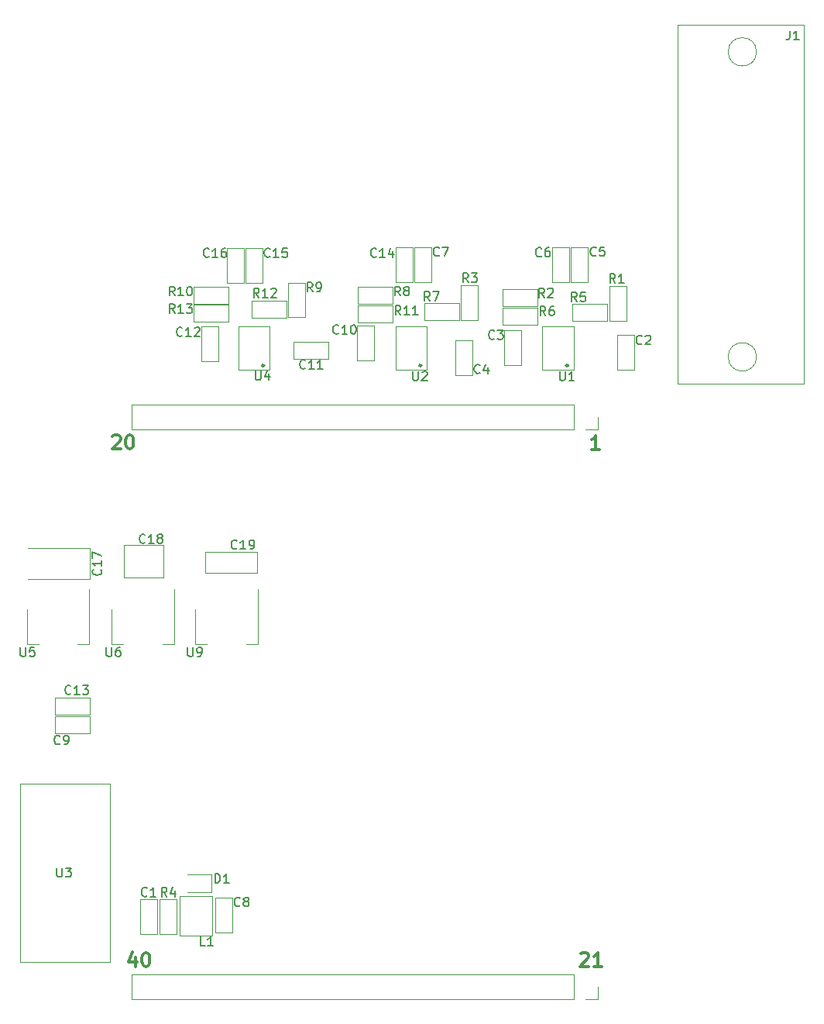
<source format=gbr>
%TF.GenerationSoftware,KiCad,Pcbnew,(5.1.8-0-10_14)*%
%TF.CreationDate,2021-04-23T13:19:29-04:00*%
%TF.ProjectId,Data Collection Shield for Chest Strap Assembly,44617461-2043-46f6-9c6c-656374696f6e,rev?*%
%TF.SameCoordinates,Original*%
%TF.FileFunction,Legend,Top*%
%TF.FilePolarity,Positive*%
%FSLAX46Y46*%
G04 Gerber Fmt 4.6, Leading zero omitted, Abs format (unit mm)*
G04 Created by KiCad (PCBNEW (5.1.8-0-10_14)) date 2021-04-23 13:19:29*
%MOMM*%
%LPD*%
G01*
G04 APERTURE LIST*
%ADD10C,0.300000*%
%ADD11C,0.120000*%
%ADD12C,0.254000*%
%ADD13C,0.050000*%
%ADD14C,0.150000*%
G04 APERTURE END LIST*
D10*
X110315428Y-140267571D02*
X110315428Y-141267571D01*
X109958285Y-139696142D02*
X109601142Y-140767571D01*
X110529714Y-140767571D01*
X111386857Y-139767571D02*
X111529714Y-139767571D01*
X111672571Y-139839000D01*
X111744000Y-139910428D01*
X111815428Y-140053285D01*
X111886857Y-140339000D01*
X111886857Y-140696142D01*
X111815428Y-140981857D01*
X111744000Y-141124714D01*
X111672571Y-141196142D01*
X111529714Y-141267571D01*
X111386857Y-141267571D01*
X111244000Y-141196142D01*
X111172571Y-141124714D01*
X111101142Y-140981857D01*
X111029714Y-140696142D01*
X111029714Y-140339000D01*
X111101142Y-140053285D01*
X111172571Y-139910428D01*
X111244000Y-139839000D01*
X111386857Y-139767571D01*
X107823142Y-83395428D02*
X107894571Y-83324000D01*
X108037428Y-83252571D01*
X108394571Y-83252571D01*
X108537428Y-83324000D01*
X108608857Y-83395428D01*
X108680285Y-83538285D01*
X108680285Y-83681142D01*
X108608857Y-83895428D01*
X107751714Y-84752571D01*
X108680285Y-84752571D01*
X109608857Y-83252571D02*
X109751714Y-83252571D01*
X109894571Y-83324000D01*
X109966000Y-83395428D01*
X110037428Y-83538285D01*
X110108857Y-83824000D01*
X110108857Y-84181142D01*
X110037428Y-84466857D01*
X109966000Y-84609714D01*
X109894571Y-84681142D01*
X109751714Y-84752571D01*
X109608857Y-84752571D01*
X109466000Y-84681142D01*
X109394571Y-84609714D01*
X109323142Y-84466857D01*
X109251714Y-84181142D01*
X109251714Y-83824000D01*
X109323142Y-83538285D01*
X109394571Y-83395428D01*
X109466000Y-83324000D01*
X109608857Y-83252571D01*
X159004142Y-139900428D02*
X159075571Y-139829000D01*
X159218428Y-139757571D01*
X159575571Y-139757571D01*
X159718428Y-139829000D01*
X159789857Y-139900428D01*
X159861285Y-140043285D01*
X159861285Y-140186142D01*
X159789857Y-140400428D01*
X158932714Y-141257571D01*
X159861285Y-141257571D01*
X161289857Y-141257571D02*
X160432714Y-141257571D01*
X160861285Y-141257571D02*
X160861285Y-139757571D01*
X160718428Y-139971857D01*
X160575571Y-140114714D01*
X160432714Y-140186142D01*
X161083571Y-84811071D02*
X160226428Y-84811071D01*
X160655000Y-84811071D02*
X160655000Y-83311071D01*
X160512142Y-83525357D01*
X160369285Y-83668214D01*
X160226428Y-83739642D01*
D11*
%TO.C,J1*%
X169566000Y-77649000D02*
X169566000Y-38429000D01*
X183416000Y-38429000D02*
X169566000Y-38429000D01*
X183416000Y-77649000D02*
X169566000Y-77649000D01*
X183416000Y-77649000D02*
X183416000Y-38429000D01*
X178216000Y-41379000D02*
G75*
G03*
X178216000Y-41379000I-1550000J0D01*
G01*
X178216000Y-74699000D02*
G75*
G03*
X178216000Y-74699000I-1550000J0D01*
G01*
%TO.C,D1*%
X115967000Y-133167000D02*
X118652000Y-133167000D01*
X118652000Y-133167000D02*
X118652000Y-131247000D01*
X118652000Y-131247000D02*
X115967000Y-131247000D01*
%TO.C,U9*%
X123679000Y-100040000D02*
X123679000Y-106050000D01*
X116859000Y-102290000D02*
X116859000Y-106050000D01*
X123679000Y-106050000D02*
X122419000Y-106050000D01*
X116859000Y-106050000D02*
X118119000Y-106050000D01*
%TO.C,U3*%
X107516000Y-121314000D02*
X97716000Y-121314000D01*
X107516000Y-140814000D02*
X97716000Y-140814000D01*
X97716000Y-121314000D02*
X97716000Y-140814000D01*
X107516000Y-121314000D02*
X107516000Y-140814000D01*
%TO.C,U8*%
X158242000Y-142180000D02*
X158242000Y-144840000D01*
X158242000Y-142180000D02*
X109922000Y-142180000D01*
X109922000Y-142180000D02*
X109922000Y-144840000D01*
X158242000Y-144840000D02*
X109922000Y-144840000D01*
X160842000Y-144840000D02*
X159512000Y-144840000D01*
X160842000Y-143510000D02*
X160842000Y-144840000D01*
%TO.C,U1*%
X158214800Y-76123500D02*
X154814800Y-76123500D01*
X158214800Y-71323500D02*
X154814800Y-71323500D01*
D12*
X157641800Y-75628500D02*
G75*
G03*
X157641800Y-75628500I-127000J0D01*
G01*
D11*
X154814800Y-76123500D02*
X154814800Y-71323500D01*
X158214800Y-76123500D02*
X158214800Y-71323500D01*
%TO.C,U2*%
X142162000Y-76123500D02*
X138762000Y-76123500D01*
X142162000Y-71323500D02*
X138762000Y-71323500D01*
D12*
X141589000Y-75628500D02*
G75*
G03*
X141589000Y-75628500I-127000J0D01*
G01*
D11*
X138762000Y-76123500D02*
X138762000Y-71323500D01*
X142162000Y-76123500D02*
X142162000Y-71323500D01*
D13*
%TO.C,C1*%
X112690000Y-137758000D02*
X110830000Y-137758000D01*
X112690000Y-133958000D02*
X110830000Y-133958000D01*
X110830000Y-137758000D02*
X110830000Y-133958000D01*
X112690000Y-137758000D02*
X112690000Y-133958000D01*
%TO.C,C2*%
X164823500Y-76102000D02*
X164823500Y-72302000D01*
X162963500Y-76102000D02*
X162963500Y-72302000D01*
X164823500Y-72302000D02*
X162963500Y-72302000D01*
X164823500Y-76102000D02*
X162963500Y-76102000D01*
%TO.C,C3*%
X152504500Y-75594000D02*
X152504500Y-71794000D01*
X150644500Y-75594000D02*
X150644500Y-71794000D01*
X152504500Y-71794000D02*
X150644500Y-71794000D01*
X152504500Y-75594000D02*
X150644500Y-75594000D01*
%TO.C,C4*%
X147170500Y-76673500D02*
X147170500Y-72873500D01*
X145310500Y-76673500D02*
X145310500Y-72873500D01*
X147170500Y-72873500D02*
X145310500Y-72873500D01*
X147170500Y-76673500D02*
X145310500Y-76673500D01*
%TO.C,C5*%
X159807000Y-66509000D02*
X159807000Y-62709000D01*
X157947000Y-66509000D02*
X157947000Y-62709000D01*
X159807000Y-62709000D02*
X157947000Y-62709000D01*
X159807000Y-66509000D02*
X157947000Y-66509000D01*
%TO.C,C6*%
X157711500Y-66513500D02*
X157711500Y-62713500D01*
X155851500Y-66513500D02*
X155851500Y-62713500D01*
X157711500Y-62713500D02*
X155851500Y-62713500D01*
X157711500Y-66513500D02*
X155851500Y-66513500D01*
%TO.C,C7*%
X142696000Y-66543000D02*
X142696000Y-62743000D01*
X140836000Y-66543000D02*
X140836000Y-62743000D01*
X142696000Y-62743000D02*
X140836000Y-62743000D01*
X142696000Y-66543000D02*
X140836000Y-66543000D01*
%TO.C,C8*%
X119085000Y-133768000D02*
X120945000Y-133768000D01*
X119085000Y-137568000D02*
X120945000Y-137568000D01*
X120945000Y-133768000D02*
X120945000Y-137568000D01*
X119085000Y-133768000D02*
X119085000Y-137568000D01*
%TO.C,C9*%
X101493000Y-115801500D02*
X105293000Y-115801500D01*
X101493000Y-113941500D02*
X105293000Y-113941500D01*
X105293000Y-115801500D02*
X105293000Y-113941500D01*
X101493000Y-115801500D02*
X101493000Y-113941500D01*
%TO.C,C10*%
X136439000Y-75086000D02*
X136439000Y-71286000D01*
X134579000Y-75086000D02*
X134579000Y-71286000D01*
X136439000Y-71286000D02*
X134579000Y-71286000D01*
X136439000Y-75086000D02*
X134579000Y-75086000D01*
%TO.C,C11*%
X127606000Y-74907500D02*
X131406000Y-74907500D01*
X127606000Y-73047500D02*
X131406000Y-73047500D01*
X131406000Y-74907500D02*
X131406000Y-73047500D01*
X127606000Y-74907500D02*
X127606000Y-73047500D01*
%TO.C,C12*%
X119357500Y-75149500D02*
X119357500Y-71349500D01*
X117497500Y-75149500D02*
X117497500Y-71349500D01*
X119357500Y-71349500D02*
X117497500Y-71349500D01*
X119357500Y-75149500D02*
X117497500Y-75149500D01*
%TO.C,C13*%
X101522500Y-113769500D02*
X105322500Y-113769500D01*
X101522500Y-111909500D02*
X105322500Y-111909500D01*
X105322500Y-113769500D02*
X105322500Y-111909500D01*
X101522500Y-113769500D02*
X101522500Y-111909500D01*
%TO.C,C14*%
X140630000Y-66543000D02*
X140630000Y-62743000D01*
X138770000Y-66543000D02*
X138770000Y-62743000D01*
X140630000Y-62743000D02*
X138770000Y-62743000D01*
X140630000Y-66543000D02*
X138770000Y-66543000D01*
%TO.C,C15*%
X124183500Y-66636000D02*
X124183500Y-62836000D01*
X122323500Y-66636000D02*
X122323500Y-62836000D01*
X124183500Y-62836000D02*
X122323500Y-62836000D01*
X124183500Y-66636000D02*
X122323500Y-66636000D01*
%TO.C,C16*%
X122215000Y-66640500D02*
X122215000Y-62840500D01*
X120355000Y-66640500D02*
X120355000Y-62840500D01*
X122215000Y-62840500D02*
X120355000Y-62840500D01*
X122215000Y-66640500D02*
X120355000Y-66640500D01*
D11*
%TO.C,C17*%
X98600000Y-98992000D02*
X105360000Y-98992000D01*
X105360000Y-98992000D02*
X105360000Y-95572000D01*
X105360000Y-95572000D02*
X98600000Y-95572000D01*
D13*
%TO.C,C18*%
X113412000Y-98808000D02*
X109092000Y-98808000D01*
X109092000Y-98808000D02*
X109092000Y-95248000D01*
X109092000Y-95248000D02*
X113412000Y-95248000D01*
X113412000Y-95248000D02*
X113412000Y-98808000D01*
%TO.C,C19*%
X117977000Y-96005000D02*
X117977000Y-98305000D01*
X117977000Y-98305000D02*
X123577000Y-98305000D01*
X123577000Y-98305000D02*
X123577000Y-96005000D01*
X123577000Y-96005000D02*
X117977000Y-96005000D01*
%TO.C,L1*%
X118747000Y-137923000D02*
X115187000Y-137923000D01*
X118747000Y-133603000D02*
X118747000Y-137923000D01*
X115187000Y-133603000D02*
X118747000Y-133603000D01*
X115187000Y-137923000D02*
X115187000Y-133603000D01*
%TO.C,R1*%
X163998000Y-70768000D02*
X163998000Y-66968000D01*
X162138000Y-70768000D02*
X162138000Y-66968000D01*
X163998000Y-66968000D02*
X162138000Y-66968000D01*
X163998000Y-70768000D02*
X162138000Y-70768000D01*
%TO.C,R2*%
X150466000Y-69129000D02*
X154266000Y-69129000D01*
X150466000Y-67269000D02*
X154266000Y-67269000D01*
X154266000Y-69129000D02*
X154266000Y-67269000D01*
X150466000Y-69129000D02*
X150466000Y-67269000D01*
%TO.C,R3*%
X147742000Y-70700000D02*
X147742000Y-66900000D01*
X145882000Y-70700000D02*
X145882000Y-66900000D01*
X147742000Y-66900000D02*
X145882000Y-66900000D01*
X147742000Y-70700000D02*
X145882000Y-70700000D01*
%TO.C,R4*%
X114849000Y-137758000D02*
X112989000Y-137758000D01*
X114849000Y-133958000D02*
X112989000Y-133958000D01*
X112989000Y-137758000D02*
X112989000Y-133958000D01*
X114849000Y-137758000D02*
X114849000Y-133958000D01*
%TO.C,R5*%
X158086000Y-70780000D02*
X161886000Y-70780000D01*
X158086000Y-68920000D02*
X161886000Y-68920000D01*
X161886000Y-70780000D02*
X161886000Y-68920000D01*
X158086000Y-70780000D02*
X158086000Y-68920000D01*
%TO.C,R6*%
X154266000Y-69301000D02*
X150466000Y-69301000D01*
X154266000Y-71161000D02*
X150466000Y-71161000D01*
X150466000Y-69301000D02*
X150466000Y-71161000D01*
X154266000Y-69301000D02*
X154266000Y-71161000D01*
%TO.C,R7*%
X141893500Y-70716500D02*
X145693500Y-70716500D01*
X141893500Y-68856500D02*
X145693500Y-68856500D01*
X145693500Y-70716500D02*
X145693500Y-68856500D01*
X141893500Y-70716500D02*
X141893500Y-68856500D01*
%TO.C,R8*%
X134654500Y-68938500D02*
X138454500Y-68938500D01*
X134654500Y-67078500D02*
X138454500Y-67078500D01*
X138454500Y-68938500D02*
X138454500Y-67078500D01*
X134654500Y-68938500D02*
X134654500Y-67078500D01*
%TO.C,R9*%
X128882500Y-70387000D02*
X128882500Y-66587000D01*
X127022500Y-70387000D02*
X127022500Y-66587000D01*
X128882500Y-66587000D02*
X127022500Y-66587000D01*
X128882500Y-70387000D02*
X127022500Y-70387000D01*
%TO.C,R10*%
X116684000Y-68875000D02*
X120484000Y-68875000D01*
X116684000Y-67015000D02*
X120484000Y-67015000D01*
X120484000Y-68875000D02*
X120484000Y-67015000D01*
X116684000Y-68875000D02*
X116684000Y-67015000D01*
%TO.C,R11*%
X138454500Y-69110500D02*
X134654500Y-69110500D01*
X138454500Y-70970500D02*
X134654500Y-70970500D01*
X134654500Y-69110500D02*
X134654500Y-70970500D01*
X138454500Y-69110500D02*
X138454500Y-70970500D01*
%TO.C,R12*%
X123004500Y-70433000D02*
X126804500Y-70433000D01*
X123004500Y-68573000D02*
X126804500Y-68573000D01*
X126804500Y-70433000D02*
X126804500Y-68573000D01*
X123004500Y-70433000D02*
X123004500Y-68573000D01*
%TO.C,R13*%
X120484000Y-68983500D02*
X116684000Y-68983500D01*
X120484000Y-70843500D02*
X116684000Y-70843500D01*
X116684000Y-68983500D02*
X116684000Y-70843500D01*
X120484000Y-68983500D02*
X120484000Y-70843500D01*
D11*
%TO.C,U4*%
X124966200Y-76123500D02*
X121566200Y-76123500D01*
X124966200Y-71323500D02*
X121566200Y-71323500D01*
D12*
X124393200Y-75628500D02*
G75*
G03*
X124393200Y-75628500I-127000J0D01*
G01*
D11*
X121566200Y-76123500D02*
X121566200Y-71323500D01*
X124966200Y-76123500D02*
X124966200Y-71323500D01*
%TO.C,U5*%
X105264000Y-100040000D02*
X105264000Y-106050000D01*
X98444000Y-102290000D02*
X98444000Y-106050000D01*
X105264000Y-106050000D02*
X104004000Y-106050000D01*
X98444000Y-106050000D02*
X99704000Y-106050000D01*
%TO.C,U6*%
X114535000Y-100040000D02*
X114535000Y-106050000D01*
X107715000Y-102290000D02*
X107715000Y-106050000D01*
X114535000Y-106050000D02*
X113275000Y-106050000D01*
X107715000Y-106050000D02*
X108975000Y-106050000D01*
%TO.C,U10*%
X158242000Y-79950000D02*
X158242000Y-82610000D01*
X158242000Y-79950000D02*
X109922000Y-79950000D01*
X109922000Y-79950000D02*
X109922000Y-82610000D01*
X158242000Y-82610000D02*
X109922000Y-82610000D01*
X160842000Y-82610000D02*
X159512000Y-82610000D01*
X160842000Y-81280000D02*
X160842000Y-82610000D01*
%TO.C,J1*%
D14*
X181845666Y-39076380D02*
X181845666Y-39790666D01*
X181798047Y-39933523D01*
X181702809Y-40028761D01*
X181559952Y-40076380D01*
X181464714Y-40076380D01*
X182845666Y-40076380D02*
X182274238Y-40076380D01*
X182559952Y-40076380D02*
X182559952Y-39076380D01*
X182464714Y-39219238D01*
X182369476Y-39314476D01*
X182274238Y-39362095D01*
%TO.C,D1*%
X119022904Y-132151380D02*
X119022904Y-131151380D01*
X119261000Y-131151380D01*
X119403857Y-131199000D01*
X119499095Y-131294238D01*
X119546714Y-131389476D01*
X119594333Y-131579952D01*
X119594333Y-131722809D01*
X119546714Y-131913285D01*
X119499095Y-132008523D01*
X119403857Y-132103761D01*
X119261000Y-132151380D01*
X119022904Y-132151380D01*
X120546714Y-132151380D02*
X119975285Y-132151380D01*
X120261000Y-132151380D02*
X120261000Y-131151380D01*
X120165761Y-131294238D01*
X120070523Y-131389476D01*
X119975285Y-131437095D01*
%TO.C,U9*%
X116040095Y-106411380D02*
X116040095Y-107220904D01*
X116087714Y-107316142D01*
X116135333Y-107363761D01*
X116230571Y-107411380D01*
X116421047Y-107411380D01*
X116516285Y-107363761D01*
X116563904Y-107316142D01*
X116611523Y-107220904D01*
X116611523Y-106411380D01*
X117135333Y-107411380D02*
X117325809Y-107411380D01*
X117421047Y-107363761D01*
X117468666Y-107316142D01*
X117563904Y-107173285D01*
X117611523Y-106982809D01*
X117611523Y-106601857D01*
X117563904Y-106506619D01*
X117516285Y-106459000D01*
X117421047Y-106411380D01*
X117230571Y-106411380D01*
X117135333Y-106459000D01*
X117087714Y-106506619D01*
X117040095Y-106601857D01*
X117040095Y-106839952D01*
X117087714Y-106935190D01*
X117135333Y-106982809D01*
X117230571Y-107030428D01*
X117421047Y-107030428D01*
X117516285Y-106982809D01*
X117563904Y-106935190D01*
X117611523Y-106839952D01*
%TO.C,U3*%
X101727095Y-130516380D02*
X101727095Y-131325904D01*
X101774714Y-131421142D01*
X101822333Y-131468761D01*
X101917571Y-131516380D01*
X102108047Y-131516380D01*
X102203285Y-131468761D01*
X102250904Y-131421142D01*
X102298523Y-131325904D01*
X102298523Y-130516380D01*
X102679476Y-130516380D02*
X103298523Y-130516380D01*
X102965190Y-130897333D01*
X103108047Y-130897333D01*
X103203285Y-130944952D01*
X103250904Y-130992571D01*
X103298523Y-131087809D01*
X103298523Y-131325904D01*
X103250904Y-131421142D01*
X103203285Y-131468761D01*
X103108047Y-131516380D01*
X102822333Y-131516380D01*
X102727095Y-131468761D01*
X102679476Y-131421142D01*
%TO.C,U1*%
X156705395Y-76287380D02*
X156705395Y-77096904D01*
X156753014Y-77192142D01*
X156800633Y-77239761D01*
X156895871Y-77287380D01*
X157086347Y-77287380D01*
X157181585Y-77239761D01*
X157229204Y-77192142D01*
X157276823Y-77096904D01*
X157276823Y-76287380D01*
X158276823Y-77287380D02*
X157705395Y-77287380D01*
X157991109Y-77287380D02*
X157991109Y-76287380D01*
X157895871Y-76430238D01*
X157800633Y-76525476D01*
X157705395Y-76573095D01*
%TO.C,U2*%
X140652595Y-76287380D02*
X140652595Y-77096904D01*
X140700214Y-77192142D01*
X140747833Y-77239761D01*
X140843071Y-77287380D01*
X141033547Y-77287380D01*
X141128785Y-77239761D01*
X141176404Y-77192142D01*
X141224023Y-77096904D01*
X141224023Y-76287380D01*
X141652595Y-76382619D02*
X141700214Y-76335000D01*
X141795452Y-76287380D01*
X142033547Y-76287380D01*
X142128785Y-76335000D01*
X142176404Y-76382619D01*
X142224023Y-76477857D01*
X142224023Y-76573095D01*
X142176404Y-76715952D01*
X141604976Y-77287380D01*
X142224023Y-77287380D01*
%TO.C,C1*%
X111593333Y-133548142D02*
X111545714Y-133595761D01*
X111402857Y-133643380D01*
X111307619Y-133643380D01*
X111164761Y-133595761D01*
X111069523Y-133500523D01*
X111021904Y-133405285D01*
X110974285Y-133214809D01*
X110974285Y-133071952D01*
X111021904Y-132881476D01*
X111069523Y-132786238D01*
X111164761Y-132691000D01*
X111307619Y-132643380D01*
X111402857Y-132643380D01*
X111545714Y-132691000D01*
X111593333Y-132738619D01*
X112545714Y-133643380D02*
X111974285Y-133643380D01*
X112260000Y-133643380D02*
X112260000Y-132643380D01*
X112164761Y-132786238D01*
X112069523Y-132881476D01*
X111974285Y-132929095D01*
%TO.C,C2*%
X165695333Y-73255142D02*
X165647714Y-73302761D01*
X165504857Y-73350380D01*
X165409619Y-73350380D01*
X165266761Y-73302761D01*
X165171523Y-73207523D01*
X165123904Y-73112285D01*
X165076285Y-72921809D01*
X165076285Y-72778952D01*
X165123904Y-72588476D01*
X165171523Y-72493238D01*
X165266761Y-72398000D01*
X165409619Y-72350380D01*
X165504857Y-72350380D01*
X165647714Y-72398000D01*
X165695333Y-72445619D01*
X166076285Y-72445619D02*
X166123904Y-72398000D01*
X166219142Y-72350380D01*
X166457238Y-72350380D01*
X166552476Y-72398000D01*
X166600095Y-72445619D01*
X166647714Y-72540857D01*
X166647714Y-72636095D01*
X166600095Y-72778952D01*
X166028666Y-73350380D01*
X166647714Y-73350380D01*
%TO.C,C3*%
X149566333Y-72683642D02*
X149518714Y-72731261D01*
X149375857Y-72778880D01*
X149280619Y-72778880D01*
X149137761Y-72731261D01*
X149042523Y-72636023D01*
X148994904Y-72540785D01*
X148947285Y-72350309D01*
X148947285Y-72207452D01*
X148994904Y-72016976D01*
X149042523Y-71921738D01*
X149137761Y-71826500D01*
X149280619Y-71778880D01*
X149375857Y-71778880D01*
X149518714Y-71826500D01*
X149566333Y-71874119D01*
X149899666Y-71778880D02*
X150518714Y-71778880D01*
X150185380Y-72159833D01*
X150328238Y-72159833D01*
X150423476Y-72207452D01*
X150471095Y-72255071D01*
X150518714Y-72350309D01*
X150518714Y-72588404D01*
X150471095Y-72683642D01*
X150423476Y-72731261D01*
X150328238Y-72778880D01*
X150042523Y-72778880D01*
X149947285Y-72731261D01*
X149899666Y-72683642D01*
%TO.C,C4*%
X147978833Y-76430142D02*
X147931214Y-76477761D01*
X147788357Y-76525380D01*
X147693119Y-76525380D01*
X147550261Y-76477761D01*
X147455023Y-76382523D01*
X147407404Y-76287285D01*
X147359785Y-76096809D01*
X147359785Y-75953952D01*
X147407404Y-75763476D01*
X147455023Y-75668238D01*
X147550261Y-75573000D01*
X147693119Y-75525380D01*
X147788357Y-75525380D01*
X147931214Y-75573000D01*
X147978833Y-75620619D01*
X148835976Y-75858714D02*
X148835976Y-76525380D01*
X148597880Y-75477761D02*
X148359785Y-76192047D01*
X148978833Y-76192047D01*
%TO.C,C5*%
X160678833Y-63603142D02*
X160631214Y-63650761D01*
X160488357Y-63698380D01*
X160393119Y-63698380D01*
X160250261Y-63650761D01*
X160155023Y-63555523D01*
X160107404Y-63460285D01*
X160059785Y-63269809D01*
X160059785Y-63126952D01*
X160107404Y-62936476D01*
X160155023Y-62841238D01*
X160250261Y-62746000D01*
X160393119Y-62698380D01*
X160488357Y-62698380D01*
X160631214Y-62746000D01*
X160678833Y-62793619D01*
X161583595Y-62698380D02*
X161107404Y-62698380D01*
X161059785Y-63174571D01*
X161107404Y-63126952D01*
X161202642Y-63079333D01*
X161440738Y-63079333D01*
X161535976Y-63126952D01*
X161583595Y-63174571D01*
X161631214Y-63269809D01*
X161631214Y-63507904D01*
X161583595Y-63603142D01*
X161535976Y-63650761D01*
X161440738Y-63698380D01*
X161202642Y-63698380D01*
X161107404Y-63650761D01*
X161059785Y-63603142D01*
%TO.C,C6*%
X154709833Y-63666642D02*
X154662214Y-63714261D01*
X154519357Y-63761880D01*
X154424119Y-63761880D01*
X154281261Y-63714261D01*
X154186023Y-63619023D01*
X154138404Y-63523785D01*
X154090785Y-63333309D01*
X154090785Y-63190452D01*
X154138404Y-62999976D01*
X154186023Y-62904738D01*
X154281261Y-62809500D01*
X154424119Y-62761880D01*
X154519357Y-62761880D01*
X154662214Y-62809500D01*
X154709833Y-62857119D01*
X155566976Y-62761880D02*
X155376500Y-62761880D01*
X155281261Y-62809500D01*
X155233642Y-62857119D01*
X155138404Y-62999976D01*
X155090785Y-63190452D01*
X155090785Y-63571404D01*
X155138404Y-63666642D01*
X155186023Y-63714261D01*
X155281261Y-63761880D01*
X155471738Y-63761880D01*
X155566976Y-63714261D01*
X155614595Y-63666642D01*
X155662214Y-63571404D01*
X155662214Y-63333309D01*
X155614595Y-63238071D01*
X155566976Y-63190452D01*
X155471738Y-63142833D01*
X155281261Y-63142833D01*
X155186023Y-63190452D01*
X155138404Y-63238071D01*
X155090785Y-63333309D01*
%TO.C,C7*%
X143533833Y-63603142D02*
X143486214Y-63650761D01*
X143343357Y-63698380D01*
X143248119Y-63698380D01*
X143105261Y-63650761D01*
X143010023Y-63555523D01*
X142962404Y-63460285D01*
X142914785Y-63269809D01*
X142914785Y-63126952D01*
X142962404Y-62936476D01*
X143010023Y-62841238D01*
X143105261Y-62746000D01*
X143248119Y-62698380D01*
X143343357Y-62698380D01*
X143486214Y-62746000D01*
X143533833Y-62793619D01*
X143867166Y-62698380D02*
X144533833Y-62698380D01*
X144105261Y-63698380D01*
%TO.C,C8*%
X121753333Y-134628142D02*
X121705714Y-134675761D01*
X121562857Y-134723380D01*
X121467619Y-134723380D01*
X121324761Y-134675761D01*
X121229523Y-134580523D01*
X121181904Y-134485285D01*
X121134285Y-134294809D01*
X121134285Y-134151952D01*
X121181904Y-133961476D01*
X121229523Y-133866238D01*
X121324761Y-133771000D01*
X121467619Y-133723380D01*
X121562857Y-133723380D01*
X121705714Y-133771000D01*
X121753333Y-133818619D01*
X122324761Y-134151952D02*
X122229523Y-134104333D01*
X122181904Y-134056714D01*
X122134285Y-133961476D01*
X122134285Y-133913857D01*
X122181904Y-133818619D01*
X122229523Y-133771000D01*
X122324761Y-133723380D01*
X122515238Y-133723380D01*
X122610476Y-133771000D01*
X122658095Y-133818619D01*
X122705714Y-133913857D01*
X122705714Y-133961476D01*
X122658095Y-134056714D01*
X122610476Y-134104333D01*
X122515238Y-134151952D01*
X122324761Y-134151952D01*
X122229523Y-134199571D01*
X122181904Y-134247190D01*
X122134285Y-134342428D01*
X122134285Y-134532904D01*
X122181904Y-134628142D01*
X122229523Y-134675761D01*
X122324761Y-134723380D01*
X122515238Y-134723380D01*
X122610476Y-134675761D01*
X122658095Y-134628142D01*
X122705714Y-134532904D01*
X122705714Y-134342428D01*
X122658095Y-134247190D01*
X122610476Y-134199571D01*
X122515238Y-134151952D01*
%TO.C,C9*%
X102068333Y-116943142D02*
X102020714Y-116990761D01*
X101877857Y-117038380D01*
X101782619Y-117038380D01*
X101639761Y-116990761D01*
X101544523Y-116895523D01*
X101496904Y-116800285D01*
X101449285Y-116609809D01*
X101449285Y-116466952D01*
X101496904Y-116276476D01*
X101544523Y-116181238D01*
X101639761Y-116086000D01*
X101782619Y-116038380D01*
X101877857Y-116038380D01*
X102020714Y-116086000D01*
X102068333Y-116133619D01*
X102544523Y-117038380D02*
X102735000Y-117038380D01*
X102830238Y-116990761D01*
X102877857Y-116943142D01*
X102973095Y-116800285D01*
X103020714Y-116609809D01*
X103020714Y-116228857D01*
X102973095Y-116133619D01*
X102925476Y-116086000D01*
X102830238Y-116038380D01*
X102639761Y-116038380D01*
X102544523Y-116086000D01*
X102496904Y-116133619D01*
X102449285Y-116228857D01*
X102449285Y-116466952D01*
X102496904Y-116562190D01*
X102544523Y-116609809D01*
X102639761Y-116657428D01*
X102830238Y-116657428D01*
X102925476Y-116609809D01*
X102973095Y-116562190D01*
X103020714Y-116466952D01*
%TO.C,C10*%
X132516642Y-72112142D02*
X132469023Y-72159761D01*
X132326166Y-72207380D01*
X132230928Y-72207380D01*
X132088071Y-72159761D01*
X131992833Y-72064523D01*
X131945214Y-71969285D01*
X131897595Y-71778809D01*
X131897595Y-71635952D01*
X131945214Y-71445476D01*
X131992833Y-71350238D01*
X132088071Y-71255000D01*
X132230928Y-71207380D01*
X132326166Y-71207380D01*
X132469023Y-71255000D01*
X132516642Y-71302619D01*
X133469023Y-72207380D02*
X132897595Y-72207380D01*
X133183309Y-72207380D02*
X133183309Y-71207380D01*
X133088071Y-71350238D01*
X132992833Y-71445476D01*
X132897595Y-71493095D01*
X134088071Y-71207380D02*
X134183309Y-71207380D01*
X134278547Y-71255000D01*
X134326166Y-71302619D01*
X134373785Y-71397857D01*
X134421404Y-71588333D01*
X134421404Y-71826428D01*
X134373785Y-72016904D01*
X134326166Y-72112142D01*
X134278547Y-72159761D01*
X134183309Y-72207380D01*
X134088071Y-72207380D01*
X133992833Y-72159761D01*
X133945214Y-72112142D01*
X133897595Y-72016904D01*
X133849976Y-71826428D01*
X133849976Y-71588333D01*
X133897595Y-71397857D01*
X133945214Y-71302619D01*
X133992833Y-71255000D01*
X134088071Y-71207380D01*
%TO.C,C11*%
X128897142Y-75922142D02*
X128849523Y-75969761D01*
X128706666Y-76017380D01*
X128611428Y-76017380D01*
X128468571Y-75969761D01*
X128373333Y-75874523D01*
X128325714Y-75779285D01*
X128278095Y-75588809D01*
X128278095Y-75445952D01*
X128325714Y-75255476D01*
X128373333Y-75160238D01*
X128468571Y-75065000D01*
X128611428Y-75017380D01*
X128706666Y-75017380D01*
X128849523Y-75065000D01*
X128897142Y-75112619D01*
X129849523Y-76017380D02*
X129278095Y-76017380D01*
X129563809Y-76017380D02*
X129563809Y-75017380D01*
X129468571Y-75160238D01*
X129373333Y-75255476D01*
X129278095Y-75303095D01*
X130801904Y-76017380D02*
X130230476Y-76017380D01*
X130516190Y-76017380D02*
X130516190Y-75017380D01*
X130420952Y-75160238D01*
X130325714Y-75255476D01*
X130230476Y-75303095D01*
%TO.C,C12*%
X115435142Y-72366142D02*
X115387523Y-72413761D01*
X115244666Y-72461380D01*
X115149428Y-72461380D01*
X115006571Y-72413761D01*
X114911333Y-72318523D01*
X114863714Y-72223285D01*
X114816095Y-72032809D01*
X114816095Y-71889952D01*
X114863714Y-71699476D01*
X114911333Y-71604238D01*
X115006571Y-71509000D01*
X115149428Y-71461380D01*
X115244666Y-71461380D01*
X115387523Y-71509000D01*
X115435142Y-71556619D01*
X116387523Y-72461380D02*
X115816095Y-72461380D01*
X116101809Y-72461380D02*
X116101809Y-71461380D01*
X116006571Y-71604238D01*
X115911333Y-71699476D01*
X115816095Y-71747095D01*
X116768476Y-71556619D02*
X116816095Y-71509000D01*
X116911333Y-71461380D01*
X117149428Y-71461380D01*
X117244666Y-71509000D01*
X117292285Y-71556619D01*
X117339904Y-71651857D01*
X117339904Y-71747095D01*
X117292285Y-71889952D01*
X116720857Y-72461380D01*
X117339904Y-72461380D01*
%TO.C,C13*%
X103243142Y-111482142D02*
X103195523Y-111529761D01*
X103052666Y-111577380D01*
X102957428Y-111577380D01*
X102814571Y-111529761D01*
X102719333Y-111434523D01*
X102671714Y-111339285D01*
X102624095Y-111148809D01*
X102624095Y-111005952D01*
X102671714Y-110815476D01*
X102719333Y-110720238D01*
X102814571Y-110625000D01*
X102957428Y-110577380D01*
X103052666Y-110577380D01*
X103195523Y-110625000D01*
X103243142Y-110672619D01*
X104195523Y-111577380D02*
X103624095Y-111577380D01*
X103909809Y-111577380D02*
X103909809Y-110577380D01*
X103814571Y-110720238D01*
X103719333Y-110815476D01*
X103624095Y-110863095D01*
X104528857Y-110577380D02*
X105147904Y-110577380D01*
X104814571Y-110958333D01*
X104957428Y-110958333D01*
X105052666Y-111005952D01*
X105100285Y-111053571D01*
X105147904Y-111148809D01*
X105147904Y-111386904D01*
X105100285Y-111482142D01*
X105052666Y-111529761D01*
X104957428Y-111577380D01*
X104671714Y-111577380D01*
X104576476Y-111529761D01*
X104528857Y-111482142D01*
%TO.C,C14*%
X136644142Y-63730142D02*
X136596523Y-63777761D01*
X136453666Y-63825380D01*
X136358428Y-63825380D01*
X136215571Y-63777761D01*
X136120333Y-63682523D01*
X136072714Y-63587285D01*
X136025095Y-63396809D01*
X136025095Y-63253952D01*
X136072714Y-63063476D01*
X136120333Y-62968238D01*
X136215571Y-62873000D01*
X136358428Y-62825380D01*
X136453666Y-62825380D01*
X136596523Y-62873000D01*
X136644142Y-62920619D01*
X137596523Y-63825380D02*
X137025095Y-63825380D01*
X137310809Y-63825380D02*
X137310809Y-62825380D01*
X137215571Y-62968238D01*
X137120333Y-63063476D01*
X137025095Y-63111095D01*
X138453666Y-63158714D02*
X138453666Y-63825380D01*
X138215571Y-62777761D02*
X137977476Y-63492047D01*
X138596523Y-63492047D01*
%TO.C,C15*%
X125023642Y-63730142D02*
X124976023Y-63777761D01*
X124833166Y-63825380D01*
X124737928Y-63825380D01*
X124595071Y-63777761D01*
X124499833Y-63682523D01*
X124452214Y-63587285D01*
X124404595Y-63396809D01*
X124404595Y-63253952D01*
X124452214Y-63063476D01*
X124499833Y-62968238D01*
X124595071Y-62873000D01*
X124737928Y-62825380D01*
X124833166Y-62825380D01*
X124976023Y-62873000D01*
X125023642Y-62920619D01*
X125976023Y-63825380D02*
X125404595Y-63825380D01*
X125690309Y-63825380D02*
X125690309Y-62825380D01*
X125595071Y-62968238D01*
X125499833Y-63063476D01*
X125404595Y-63111095D01*
X126880785Y-62825380D02*
X126404595Y-62825380D01*
X126356976Y-63301571D01*
X126404595Y-63253952D01*
X126499833Y-63206333D01*
X126737928Y-63206333D01*
X126833166Y-63253952D01*
X126880785Y-63301571D01*
X126928404Y-63396809D01*
X126928404Y-63634904D01*
X126880785Y-63730142D01*
X126833166Y-63777761D01*
X126737928Y-63825380D01*
X126499833Y-63825380D01*
X126404595Y-63777761D01*
X126356976Y-63730142D01*
%TO.C,C16*%
X118356142Y-63730142D02*
X118308523Y-63777761D01*
X118165666Y-63825380D01*
X118070428Y-63825380D01*
X117927571Y-63777761D01*
X117832333Y-63682523D01*
X117784714Y-63587285D01*
X117737095Y-63396809D01*
X117737095Y-63253952D01*
X117784714Y-63063476D01*
X117832333Y-62968238D01*
X117927571Y-62873000D01*
X118070428Y-62825380D01*
X118165666Y-62825380D01*
X118308523Y-62873000D01*
X118356142Y-62920619D01*
X119308523Y-63825380D02*
X118737095Y-63825380D01*
X119022809Y-63825380D02*
X119022809Y-62825380D01*
X118927571Y-62968238D01*
X118832333Y-63063476D01*
X118737095Y-63111095D01*
X120165666Y-62825380D02*
X119975190Y-62825380D01*
X119879952Y-62873000D01*
X119832333Y-62920619D01*
X119737095Y-63063476D01*
X119689476Y-63253952D01*
X119689476Y-63634904D01*
X119737095Y-63730142D01*
X119784714Y-63777761D01*
X119879952Y-63825380D01*
X120070428Y-63825380D01*
X120165666Y-63777761D01*
X120213285Y-63730142D01*
X120260904Y-63634904D01*
X120260904Y-63396809D01*
X120213285Y-63301571D01*
X120165666Y-63253952D01*
X120070428Y-63206333D01*
X119879952Y-63206333D01*
X119784714Y-63253952D01*
X119737095Y-63301571D01*
X119689476Y-63396809D01*
%TO.C,C17*%
X106529142Y-97924857D02*
X106576761Y-97972476D01*
X106624380Y-98115333D01*
X106624380Y-98210571D01*
X106576761Y-98353428D01*
X106481523Y-98448666D01*
X106386285Y-98496285D01*
X106195809Y-98543904D01*
X106052952Y-98543904D01*
X105862476Y-98496285D01*
X105767238Y-98448666D01*
X105672000Y-98353428D01*
X105624380Y-98210571D01*
X105624380Y-98115333D01*
X105672000Y-97972476D01*
X105719619Y-97924857D01*
X106624380Y-96972476D02*
X106624380Y-97543904D01*
X106624380Y-97258190D02*
X105624380Y-97258190D01*
X105767238Y-97353428D01*
X105862476Y-97448666D01*
X105910095Y-97543904D01*
X105624380Y-96639142D02*
X105624380Y-95972476D01*
X106624380Y-96401047D01*
%TO.C,C18*%
X111371142Y-94970142D02*
X111323523Y-95017761D01*
X111180666Y-95065380D01*
X111085428Y-95065380D01*
X110942571Y-95017761D01*
X110847333Y-94922523D01*
X110799714Y-94827285D01*
X110752095Y-94636809D01*
X110752095Y-94493952D01*
X110799714Y-94303476D01*
X110847333Y-94208238D01*
X110942571Y-94113000D01*
X111085428Y-94065380D01*
X111180666Y-94065380D01*
X111323523Y-94113000D01*
X111371142Y-94160619D01*
X112323523Y-95065380D02*
X111752095Y-95065380D01*
X112037809Y-95065380D02*
X112037809Y-94065380D01*
X111942571Y-94208238D01*
X111847333Y-94303476D01*
X111752095Y-94351095D01*
X112894952Y-94493952D02*
X112799714Y-94446333D01*
X112752095Y-94398714D01*
X112704476Y-94303476D01*
X112704476Y-94255857D01*
X112752095Y-94160619D01*
X112799714Y-94113000D01*
X112894952Y-94065380D01*
X113085428Y-94065380D01*
X113180666Y-94113000D01*
X113228285Y-94160619D01*
X113275904Y-94255857D01*
X113275904Y-94303476D01*
X113228285Y-94398714D01*
X113180666Y-94446333D01*
X113085428Y-94493952D01*
X112894952Y-94493952D01*
X112799714Y-94541571D01*
X112752095Y-94589190D01*
X112704476Y-94684428D01*
X112704476Y-94874904D01*
X112752095Y-94970142D01*
X112799714Y-95017761D01*
X112894952Y-95065380D01*
X113085428Y-95065380D01*
X113180666Y-95017761D01*
X113228285Y-94970142D01*
X113275904Y-94874904D01*
X113275904Y-94684428D01*
X113228285Y-94589190D01*
X113180666Y-94541571D01*
X113085428Y-94493952D01*
%TO.C,C19*%
X121404142Y-95607142D02*
X121356523Y-95654761D01*
X121213666Y-95702380D01*
X121118428Y-95702380D01*
X120975571Y-95654761D01*
X120880333Y-95559523D01*
X120832714Y-95464285D01*
X120785095Y-95273809D01*
X120785095Y-95130952D01*
X120832714Y-94940476D01*
X120880333Y-94845238D01*
X120975571Y-94750000D01*
X121118428Y-94702380D01*
X121213666Y-94702380D01*
X121356523Y-94750000D01*
X121404142Y-94797619D01*
X122356523Y-95702380D02*
X121785095Y-95702380D01*
X122070809Y-95702380D02*
X122070809Y-94702380D01*
X121975571Y-94845238D01*
X121880333Y-94940476D01*
X121785095Y-94988095D01*
X122832714Y-95702380D02*
X123023190Y-95702380D01*
X123118428Y-95654761D01*
X123166047Y-95607142D01*
X123261285Y-95464285D01*
X123308904Y-95273809D01*
X123308904Y-94892857D01*
X123261285Y-94797619D01*
X123213666Y-94750000D01*
X123118428Y-94702380D01*
X122927952Y-94702380D01*
X122832714Y-94750000D01*
X122785095Y-94797619D01*
X122737476Y-94892857D01*
X122737476Y-95130952D01*
X122785095Y-95226190D01*
X122832714Y-95273809D01*
X122927952Y-95321428D01*
X123118428Y-95321428D01*
X123213666Y-95273809D01*
X123261285Y-95226190D01*
X123308904Y-95130952D01*
%TO.C,L1*%
X117943333Y-139009380D02*
X117467142Y-139009380D01*
X117467142Y-138009380D01*
X118800476Y-139009380D02*
X118229047Y-139009380D01*
X118514761Y-139009380D02*
X118514761Y-138009380D01*
X118419523Y-138152238D01*
X118324285Y-138247476D01*
X118229047Y-138295095D01*
%TO.C,R1*%
X162774333Y-66619380D02*
X162441000Y-66143190D01*
X162202904Y-66619380D02*
X162202904Y-65619380D01*
X162583857Y-65619380D01*
X162679095Y-65667000D01*
X162726714Y-65714619D01*
X162774333Y-65809857D01*
X162774333Y-65952714D01*
X162726714Y-66047952D01*
X162679095Y-66095571D01*
X162583857Y-66143190D01*
X162202904Y-66143190D01*
X163726714Y-66619380D02*
X163155285Y-66619380D01*
X163441000Y-66619380D02*
X163441000Y-65619380D01*
X163345761Y-65762238D01*
X163250523Y-65857476D01*
X163155285Y-65905095D01*
%TO.C,R2*%
X155027333Y-68206880D02*
X154694000Y-67730690D01*
X154455904Y-68206880D02*
X154455904Y-67206880D01*
X154836857Y-67206880D01*
X154932095Y-67254500D01*
X154979714Y-67302119D01*
X155027333Y-67397357D01*
X155027333Y-67540214D01*
X154979714Y-67635452D01*
X154932095Y-67683071D01*
X154836857Y-67730690D01*
X154455904Y-67730690D01*
X155408285Y-67302119D02*
X155455904Y-67254500D01*
X155551142Y-67206880D01*
X155789238Y-67206880D01*
X155884476Y-67254500D01*
X155932095Y-67302119D01*
X155979714Y-67397357D01*
X155979714Y-67492595D01*
X155932095Y-67635452D01*
X155360666Y-68206880D01*
X155979714Y-68206880D01*
%TO.C,R3*%
X146708833Y-66555880D02*
X146375500Y-66079690D01*
X146137404Y-66555880D02*
X146137404Y-65555880D01*
X146518357Y-65555880D01*
X146613595Y-65603500D01*
X146661214Y-65651119D01*
X146708833Y-65746357D01*
X146708833Y-65889214D01*
X146661214Y-65984452D01*
X146613595Y-66032071D01*
X146518357Y-66079690D01*
X146137404Y-66079690D01*
X147042166Y-65555880D02*
X147661214Y-65555880D01*
X147327880Y-65936833D01*
X147470738Y-65936833D01*
X147565976Y-65984452D01*
X147613595Y-66032071D01*
X147661214Y-66127309D01*
X147661214Y-66365404D01*
X147613595Y-66460642D01*
X147565976Y-66508261D01*
X147470738Y-66555880D01*
X147185023Y-66555880D01*
X147089785Y-66508261D01*
X147042166Y-66460642D01*
%TO.C,R4*%
X113752333Y-133643380D02*
X113419000Y-133167190D01*
X113180904Y-133643380D02*
X113180904Y-132643380D01*
X113561857Y-132643380D01*
X113657095Y-132691000D01*
X113704714Y-132738619D01*
X113752333Y-132833857D01*
X113752333Y-132976714D01*
X113704714Y-133071952D01*
X113657095Y-133119571D01*
X113561857Y-133167190D01*
X113180904Y-133167190D01*
X114609476Y-132976714D02*
X114609476Y-133643380D01*
X114371380Y-132595761D02*
X114133285Y-133310047D01*
X114752333Y-133310047D01*
%TO.C,R5*%
X158583333Y-68651380D02*
X158250000Y-68175190D01*
X158011904Y-68651380D02*
X158011904Y-67651380D01*
X158392857Y-67651380D01*
X158488095Y-67699000D01*
X158535714Y-67746619D01*
X158583333Y-67841857D01*
X158583333Y-67984714D01*
X158535714Y-68079952D01*
X158488095Y-68127571D01*
X158392857Y-68175190D01*
X158011904Y-68175190D01*
X159488095Y-67651380D02*
X159011904Y-67651380D01*
X158964285Y-68127571D01*
X159011904Y-68079952D01*
X159107142Y-68032333D01*
X159345238Y-68032333D01*
X159440476Y-68079952D01*
X159488095Y-68127571D01*
X159535714Y-68222809D01*
X159535714Y-68460904D01*
X159488095Y-68556142D01*
X159440476Y-68603761D01*
X159345238Y-68651380D01*
X159107142Y-68651380D01*
X159011904Y-68603761D01*
X158964285Y-68556142D01*
%TO.C,R6*%
X155154333Y-70175380D02*
X154821000Y-69699190D01*
X154582904Y-70175380D02*
X154582904Y-69175380D01*
X154963857Y-69175380D01*
X155059095Y-69223000D01*
X155106714Y-69270619D01*
X155154333Y-69365857D01*
X155154333Y-69508714D01*
X155106714Y-69603952D01*
X155059095Y-69651571D01*
X154963857Y-69699190D01*
X154582904Y-69699190D01*
X156011476Y-69175380D02*
X155821000Y-69175380D01*
X155725761Y-69223000D01*
X155678142Y-69270619D01*
X155582904Y-69413476D01*
X155535285Y-69603952D01*
X155535285Y-69984904D01*
X155582904Y-70080142D01*
X155630523Y-70127761D01*
X155725761Y-70175380D01*
X155916238Y-70175380D01*
X156011476Y-70127761D01*
X156059095Y-70080142D01*
X156106714Y-69984904D01*
X156106714Y-69746809D01*
X156059095Y-69651571D01*
X156011476Y-69603952D01*
X155916238Y-69556333D01*
X155725761Y-69556333D01*
X155630523Y-69603952D01*
X155582904Y-69651571D01*
X155535285Y-69746809D01*
%TO.C,R7*%
X142517833Y-68587880D02*
X142184500Y-68111690D01*
X141946404Y-68587880D02*
X141946404Y-67587880D01*
X142327357Y-67587880D01*
X142422595Y-67635500D01*
X142470214Y-67683119D01*
X142517833Y-67778357D01*
X142517833Y-67921214D01*
X142470214Y-68016452D01*
X142422595Y-68064071D01*
X142327357Y-68111690D01*
X141946404Y-68111690D01*
X142851166Y-67587880D02*
X143517833Y-67587880D01*
X143089261Y-68587880D01*
%TO.C,R8*%
X139279333Y-68016380D02*
X138946000Y-67540190D01*
X138707904Y-68016380D02*
X138707904Y-67016380D01*
X139088857Y-67016380D01*
X139184095Y-67064000D01*
X139231714Y-67111619D01*
X139279333Y-67206857D01*
X139279333Y-67349714D01*
X139231714Y-67444952D01*
X139184095Y-67492571D01*
X139088857Y-67540190D01*
X138707904Y-67540190D01*
X139850761Y-67444952D02*
X139755523Y-67397333D01*
X139707904Y-67349714D01*
X139660285Y-67254476D01*
X139660285Y-67206857D01*
X139707904Y-67111619D01*
X139755523Y-67064000D01*
X139850761Y-67016380D01*
X140041238Y-67016380D01*
X140136476Y-67064000D01*
X140184095Y-67111619D01*
X140231714Y-67206857D01*
X140231714Y-67254476D01*
X140184095Y-67349714D01*
X140136476Y-67397333D01*
X140041238Y-67444952D01*
X139850761Y-67444952D01*
X139755523Y-67492571D01*
X139707904Y-67540190D01*
X139660285Y-67635428D01*
X139660285Y-67825904D01*
X139707904Y-67921142D01*
X139755523Y-67968761D01*
X139850761Y-68016380D01*
X140041238Y-68016380D01*
X140136476Y-67968761D01*
X140184095Y-67921142D01*
X140231714Y-67825904D01*
X140231714Y-67635428D01*
X140184095Y-67540190D01*
X140136476Y-67492571D01*
X140041238Y-67444952D01*
%TO.C,R9*%
X129690833Y-67571880D02*
X129357500Y-67095690D01*
X129119404Y-67571880D02*
X129119404Y-66571880D01*
X129500357Y-66571880D01*
X129595595Y-66619500D01*
X129643214Y-66667119D01*
X129690833Y-66762357D01*
X129690833Y-66905214D01*
X129643214Y-67000452D01*
X129595595Y-67048071D01*
X129500357Y-67095690D01*
X129119404Y-67095690D01*
X130167023Y-67571880D02*
X130357500Y-67571880D01*
X130452738Y-67524261D01*
X130500357Y-67476642D01*
X130595595Y-67333785D01*
X130643214Y-67143309D01*
X130643214Y-66762357D01*
X130595595Y-66667119D01*
X130547976Y-66619500D01*
X130452738Y-66571880D01*
X130262261Y-66571880D01*
X130167023Y-66619500D01*
X130119404Y-66667119D01*
X130071785Y-66762357D01*
X130071785Y-67000452D01*
X130119404Y-67095690D01*
X130167023Y-67143309D01*
X130262261Y-67190928D01*
X130452738Y-67190928D01*
X130547976Y-67143309D01*
X130595595Y-67095690D01*
X130643214Y-67000452D01*
%TO.C,R10*%
X114609642Y-68016380D02*
X114276309Y-67540190D01*
X114038214Y-68016380D02*
X114038214Y-67016380D01*
X114419166Y-67016380D01*
X114514404Y-67064000D01*
X114562023Y-67111619D01*
X114609642Y-67206857D01*
X114609642Y-67349714D01*
X114562023Y-67444952D01*
X114514404Y-67492571D01*
X114419166Y-67540190D01*
X114038214Y-67540190D01*
X115562023Y-68016380D02*
X114990595Y-68016380D01*
X115276309Y-68016380D02*
X115276309Y-67016380D01*
X115181071Y-67159238D01*
X115085833Y-67254476D01*
X114990595Y-67302095D01*
X116181071Y-67016380D02*
X116276309Y-67016380D01*
X116371547Y-67064000D01*
X116419166Y-67111619D01*
X116466785Y-67206857D01*
X116514404Y-67397333D01*
X116514404Y-67635428D01*
X116466785Y-67825904D01*
X116419166Y-67921142D01*
X116371547Y-67968761D01*
X116276309Y-68016380D01*
X116181071Y-68016380D01*
X116085833Y-67968761D01*
X116038214Y-67921142D01*
X115990595Y-67825904D01*
X115942976Y-67635428D01*
X115942976Y-67397333D01*
X115990595Y-67206857D01*
X116038214Y-67111619D01*
X116085833Y-67064000D01*
X116181071Y-67016380D01*
%TO.C,R11*%
X139311142Y-70111880D02*
X138977809Y-69635690D01*
X138739714Y-70111880D02*
X138739714Y-69111880D01*
X139120666Y-69111880D01*
X139215904Y-69159500D01*
X139263523Y-69207119D01*
X139311142Y-69302357D01*
X139311142Y-69445214D01*
X139263523Y-69540452D01*
X139215904Y-69588071D01*
X139120666Y-69635690D01*
X138739714Y-69635690D01*
X140263523Y-70111880D02*
X139692095Y-70111880D01*
X139977809Y-70111880D02*
X139977809Y-69111880D01*
X139882571Y-69254738D01*
X139787333Y-69349976D01*
X139692095Y-69397595D01*
X141215904Y-70111880D02*
X140644476Y-70111880D01*
X140930190Y-70111880D02*
X140930190Y-69111880D01*
X140834952Y-69254738D01*
X140739714Y-69349976D01*
X140644476Y-69397595D01*
%TO.C,R12*%
X123817142Y-68206880D02*
X123483809Y-67730690D01*
X123245714Y-68206880D02*
X123245714Y-67206880D01*
X123626666Y-67206880D01*
X123721904Y-67254500D01*
X123769523Y-67302119D01*
X123817142Y-67397357D01*
X123817142Y-67540214D01*
X123769523Y-67635452D01*
X123721904Y-67683071D01*
X123626666Y-67730690D01*
X123245714Y-67730690D01*
X124769523Y-68206880D02*
X124198095Y-68206880D01*
X124483809Y-68206880D02*
X124483809Y-67206880D01*
X124388571Y-67349738D01*
X124293333Y-67444976D01*
X124198095Y-67492595D01*
X125150476Y-67302119D02*
X125198095Y-67254500D01*
X125293333Y-67206880D01*
X125531428Y-67206880D01*
X125626666Y-67254500D01*
X125674285Y-67302119D01*
X125721904Y-67397357D01*
X125721904Y-67492595D01*
X125674285Y-67635452D01*
X125102857Y-68206880D01*
X125721904Y-68206880D01*
%TO.C,R13*%
X114609642Y-69921380D02*
X114276309Y-69445190D01*
X114038214Y-69921380D02*
X114038214Y-68921380D01*
X114419166Y-68921380D01*
X114514404Y-68969000D01*
X114562023Y-69016619D01*
X114609642Y-69111857D01*
X114609642Y-69254714D01*
X114562023Y-69349952D01*
X114514404Y-69397571D01*
X114419166Y-69445190D01*
X114038214Y-69445190D01*
X115562023Y-69921380D02*
X114990595Y-69921380D01*
X115276309Y-69921380D02*
X115276309Y-68921380D01*
X115181071Y-69064238D01*
X115085833Y-69159476D01*
X114990595Y-69207095D01*
X115895357Y-68921380D02*
X116514404Y-68921380D01*
X116181071Y-69302333D01*
X116323928Y-69302333D01*
X116419166Y-69349952D01*
X116466785Y-69397571D01*
X116514404Y-69492809D01*
X116514404Y-69730904D01*
X116466785Y-69826142D01*
X116419166Y-69873761D01*
X116323928Y-69921380D01*
X116038214Y-69921380D01*
X115942976Y-69873761D01*
X115895357Y-69826142D01*
%TO.C,U4*%
X123444095Y-76223880D02*
X123444095Y-77033404D01*
X123491714Y-77128642D01*
X123539333Y-77176261D01*
X123634571Y-77223880D01*
X123825047Y-77223880D01*
X123920285Y-77176261D01*
X123967904Y-77128642D01*
X124015523Y-77033404D01*
X124015523Y-76223880D01*
X124920285Y-76557214D02*
X124920285Y-77223880D01*
X124682190Y-76176261D02*
X124444095Y-76890547D01*
X125063142Y-76890547D01*
%TO.C,U5*%
X97750095Y-106411380D02*
X97750095Y-107220904D01*
X97797714Y-107316142D01*
X97845333Y-107363761D01*
X97940571Y-107411380D01*
X98131047Y-107411380D01*
X98226285Y-107363761D01*
X98273904Y-107316142D01*
X98321523Y-107220904D01*
X98321523Y-106411380D01*
X99273904Y-106411380D02*
X98797714Y-106411380D01*
X98750095Y-106887571D01*
X98797714Y-106839952D01*
X98892952Y-106792333D01*
X99131047Y-106792333D01*
X99226285Y-106839952D01*
X99273904Y-106887571D01*
X99321523Y-106982809D01*
X99321523Y-107220904D01*
X99273904Y-107316142D01*
X99226285Y-107363761D01*
X99131047Y-107411380D01*
X98892952Y-107411380D01*
X98797714Y-107363761D01*
X98750095Y-107316142D01*
%TO.C,U6*%
X107149095Y-106411380D02*
X107149095Y-107220904D01*
X107196714Y-107316142D01*
X107244333Y-107363761D01*
X107339571Y-107411380D01*
X107530047Y-107411380D01*
X107625285Y-107363761D01*
X107672904Y-107316142D01*
X107720523Y-107220904D01*
X107720523Y-106411380D01*
X108625285Y-106411380D02*
X108434809Y-106411380D01*
X108339571Y-106459000D01*
X108291952Y-106506619D01*
X108196714Y-106649476D01*
X108149095Y-106839952D01*
X108149095Y-107220904D01*
X108196714Y-107316142D01*
X108244333Y-107363761D01*
X108339571Y-107411380D01*
X108530047Y-107411380D01*
X108625285Y-107363761D01*
X108672904Y-107316142D01*
X108720523Y-107220904D01*
X108720523Y-106982809D01*
X108672904Y-106887571D01*
X108625285Y-106839952D01*
X108530047Y-106792333D01*
X108339571Y-106792333D01*
X108244333Y-106839952D01*
X108196714Y-106887571D01*
X108149095Y-106982809D01*
%TD*%
M02*

</source>
